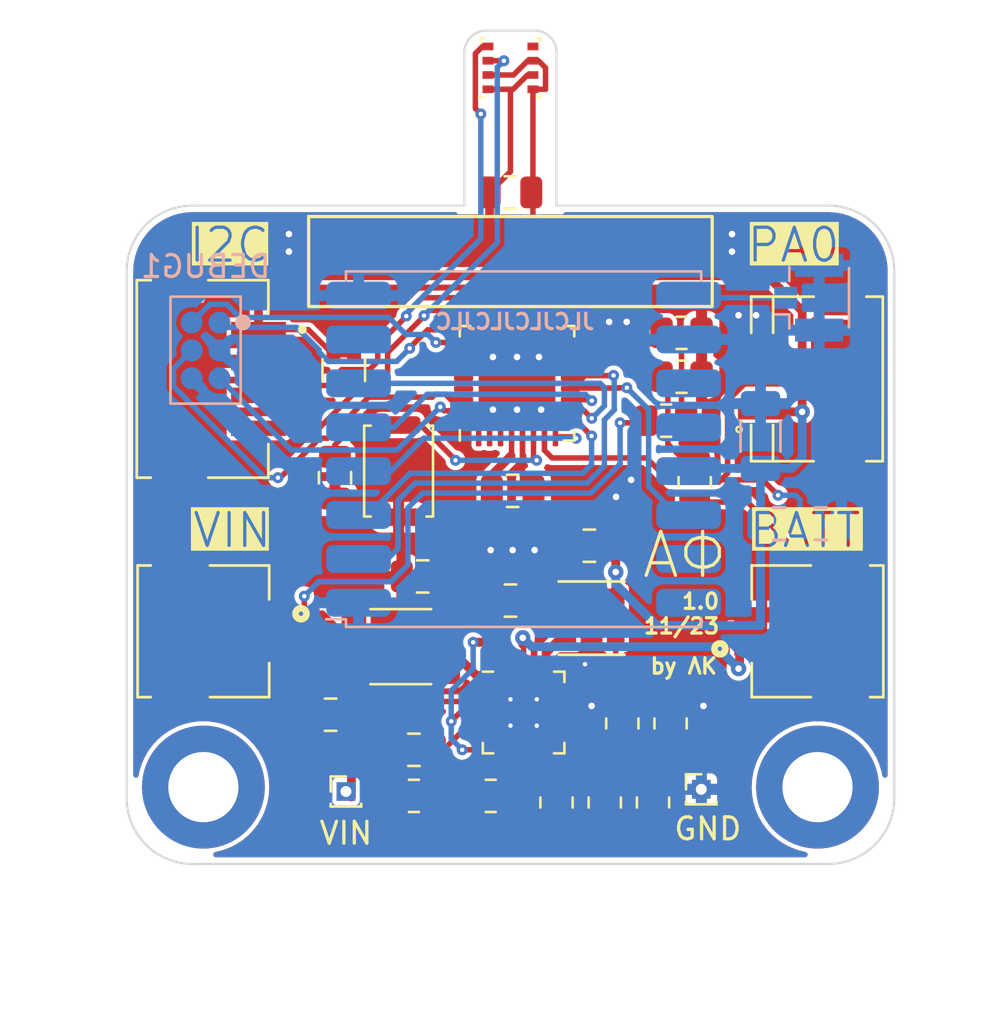
<source format=kicad_pcb>
(kicad_pcb (version 20221018) (generator pcbnew)
  (layers (0 "F.Cu" signal) (31 "B.Cu" signal) (34 "B.Paste" user) (35 "F.Paste" user) (36 "B.SilkS" user "B.Silkscreen") (37 "F.SilkS" user "F.Silkscreen") (38 "B.Mask" user) (39 "F.Mask" user) (44 "Edge.Cuts" user))
  (net 0 "")
  (net 1 "Net-(ANT1-In)")
  (net 2 "GND")
  (net 3 "+BATT")
  (net 4 "+3V3")
  (net 5 "Net-(U3-~{RST}{slash}PF2)")
  (net 6 "VDD")
  (net 7 "SCL")
  (net 8 "SDA")
  (net 9 "Net-(U1-VREF_SAMP)")
  (net 10 "PA0")
  (net 11 "ADC_Sol")
  (net 12 "ADC_Batt")
  (net 13 "Net-(U1-LBOOST)")
  (net 15 "SCK")
  (net 16 "MOSI")
  (net 17 "RST")
  (net 18 "CS")
  (net 19 "INT")
  (net 20 "MISO")
  (net 23 "PA8")
  (net 27 "SWDIO")
  (net 28 "SWCLK")
  (net 29 "PA15")
  (net 30 "PB3")
  (net 32 "TX")
  (net 33 "RX")
  (net 34 "PB8")
  (net 40 "Net-(U1-LBUCK)")
  (net 41 "Net-(U1-VRDIV)")
  (net 42 "/VSTOR")
  (net 43 "Net-(U1-OK_HYST)")
  (net 44 "Net-(U1-OK_PROG)")
  (net 46 "/VBAT_OV")
  (net 47 "/VOUT_SET")
  (footprint "Connector_PinHeader_1.00mm:PinHeader_1x01_P1.00mm_Vertical" (layer "F.Cu") (at 145.05 93.95)
    (fp_text reference "J1" hide)
    (fp_text value "Conn_01x01_Pin")
  )
  (footprint "Package_DFN_QFN:QFN-20-1EP_3.5x3.5mm_P0.5mm_EP2x2mm" (layer "F.Cu") (at 153.15 90.35)
    (fp_text reference "U1" hide)
    (fp_text value "~")
  )
  (footprint "Package_LGA:Bosch_LGA-8_2.5x2.5mm_P0.65mm_ClockwisePinNumbering" (layer "F.Cu") (at 152.55 60.975 90)
    (fp_text reference "U2" hide)
    (fp_text value "BME280")
  )
  (footprint "Capacitor_SMD:C_0805_2012Metric" (layer "F.Cu") (at 156.15 82.75 180)
    (fp_text reference "COUT1" hide)
    (fp_text value "22u")
  )
  (footprint "S2B-ZR-SM4A-TF_LF__SN_:JST_S2B-ZR-SM4A-TF(LF)(SN)" (layer "F.Cu") (at 166.15 86.65 90)
    (fp_text reference "BATT1" hide)
    (fp_text value "Conn_01x02")
  )
  (footprint "Connector_PinHeader_1.00mm:PinHeader_1x01_P1.00mm_Vertical" (layer "F.Cu") (at 161.25 93.85)
    (fp_text reference "J2" hide)
    (fp_text value "Conn_01x01_Pin")
  )
  (footprint "Capacitor_SMD:C_0805_2012Metric" (layer "F.Cu") (at 148.55 84.15 180)
    (fp_text reference "CSTOR1" hide)
    (fp_text value "4.7u")
  )
  (footprint "Resistor_SMD:R_0805_2012Metric" (layer "F.Cu") (at 151.65 94.15 180)
    (fp_text reference "ROV2" hide)
    (fp_text value "5.49M")
  )
  (footprint "Resistor_SMD:R_0805_2012Metric" (layer "F.Cu") (at 156.85 94.45 90)
    (fp_text reference "ROK2" hide)
    (fp_text value "6.2M")
  )
  (footprint "Capacitor_SMD:C_0805_2012Metric" (layer "F.Cu") (at 152.55 85.25)
    (fp_text reference "CBYP1" hide)
    (fp_text value "0.01u")
  )
  (footprint "Resistor_SMD:R_0805_2012Metric" (layer "F.Cu") (at 159.85 90.85 90)
    (fp_text reference "ROUT1" hide)
    (fp_text value "3.57M")
  )
  (footprint "Resistor_SMD:R_0805_2012Metric" (layer "F.Cu") (at 160.35 75.05)
    (fp_text reference "R6" hide)
    (fp_text value "169k")
  )
  (footprint "Button_Switch_SMD:SW_Push_SPST_NO_Alps_SKRK" (layer "F.Cu") (at 147.45 79.35 -90)
    (fp_text reference "RST1" hide)
    (fp_text value "SW_Push")
  )
  (footprint "Capacitor_SMD:C_0805_2012Metric" (layer "F.Cu") (at 152.65 80.25)
    (fp_text reference "C1" hide)
    (fp_text value "0.1uF")
  )
  (footprint "Resistor_SMD:R_Array_Convex_2x0606" (layer "F.Cu") (at 144.95 74.75 -90)
    (fp_text reference "RN1" hide)
    (fp_text value "R_Pack02")
  )
  (footprint "Resistor_SMD:R_0805_2012Metric" (layer "F.Cu") (at 157.65 90.85 90)
    (fp_text reference "ROK1" hide)
    (fp_text value "3.4M")
  )
  (footprint "S4B-ZR-SM4A-TF_LF__SN_:JST_S4B-ZR-SM4A-TF(LF)(SN)" (layer "F.Cu") (at 141.0625 75.15 -90)
    (fp_text reference "I2C1" hide)
    (fp_text value "Conn_01x04")
  )
  (footprint "Capacitor_SMD:C_0805_2012Metric" (layer "F.Cu") (at 152.55 66.65 180)
    (fp_text reference "C2" hide)
    (fp_text value "0.1uF")
  )
  (footprint "MountingHole:MountingHole_3.2mm_M3_DIN965_Pad" (layer "F.Cu") (at 166.55 93.75)
    (fp_text reference "H2" hide)
    (fp_text value "M3_Pad")
  )
  (footprint "S2B-ZR-SM4A-TF_LF__SN_:JST_S2B-ZR-SM4A-TF(LF)(SN)" (layer "F.Cu") (at 138.95 86.65 -90)
    (fp_text reference "VIN1" hide)
    (fp_text value "Conn_01x02")
  )
  (footprint "Resistor_SMD:R_0805_2012Metric" (layer "F.Cu") (at 160.95 79.85 90)
    (fp_text reference "R4" hide)
    (fp_text value "47k")
  )
  (footprint "Package_DFN_QFN:UFQFPN-32-1EP_5x5mm_P0.5mm_EP3.5x3.5mm" (layer "F.Cu") (at 152.85 75.35 90)
    (fp_text reference "U3" hide)
    (fp_text value "STM32G071KxU")
  )
  (footprint "MountingHole:MountingHole_3.2mm_M3_DIN965_Pad" (layer "F.Cu") (at 138.55 93.75)
    (fp_text reference "H1" hide)
    (fp_text value "M3_Pad")
  )
  (footprint "Resistor_SMD:R_0805_2012Metric" (layer "F.Cu") (at 154.65 94.45 90)
    (fp_text reference "ROK3" hide)
    (fp_text value "0.3M")
  )
  (footprint "LQH3NPN100MJRL:IND_LQH3NPN100MJRL" (layer "F.Cu") (at 156.25 86.05)
    (fp_text reference "L2" hide)
    (fp_text value "10u")
  )
  (footprint "Resistor_SMD:R_0805_2012Metric" (layer "F.Cu") (at 148.15 94.15 180)
    (fp_text reference "ROV1" hide)
    (fp_text value "4.42M")
  )
  (footprint "Capacitor_SMD:C_0805_2012Metric" (layer "F.Cu") (at 144.55 79.65 -90)
    (fp_text reference "C3" hide)
    (fp_text value "0.1uF")
  )
  (footprint "Inductor_SMD:L_1812_4532Metric" (layer "F.Cu") (at 147.55 87.35)
    (fp_text reference "L1" hide)
    (fp_text value "22u")
  )
  (footprint "Resistor_SMD:R_0805_2012Metric" (layer "F.Cu") (at 159.65 77.05)
    (fp_text reference "R3" hide)
    (fp_text value "0R")
  )
  (footprint "Capacitor_SMD:C_0805_2012Metric" (layer "F.Cu") (at 148.15 92.05 180)
    (fp_text reference "CREF1" hide)
    (fp_text value "10n")
  )
  (footprint "Resistor_SMD:R_0805_2012Metric" (layer "F.Cu") (at 159.05 94.45 90)
    (fp_text reference "ROUT2" hide)
    (fp_text value "6.34M")
  )
  (footprint "Capacitor_SMD:C_0805_2012Metric" (layer "F.Cu") (at 144.35 90.45 180)
    (fp_text reference "CIN1" hide)
    (fp_text value "4.7u")
  )
  (footprint "Resistor_SMD:R_0805_2012Metric" (layer "F.Cu") (at 160.35 73.05)
    (fp_text reference "R5" hide)
    (fp_text value "DNP")
  )
  (footprint "S3B-ZR-SM4A-TF:JST_S3B-ZR-SM4A-TF" (layer "F.Cu") (at 164.07754 74.4007 -90)
    (fp_text reference "PA1" hide)
    (fp_text value "Conn_01x03")
  )
  (footprint "Connector_Coaxial:U.FL_Hirose_U.FL-R-SMT-1_Vertical" (layer "B.Cu") (at 166.15 71.45)
    (fp_text reference "ANT1" hide)
    (fp_text value "Conn_Coaxial")
  )
  (footprint "Capacitor_SMD:C_1206_3216Metric" (layer "B.Cu") (at 163.95 77.75 90)
    (fp_text reference "C4" hide)
    (fp_text value "1uF")
  )
  (footprint "RF_Module:HOPERF_RFM9XW_SMD" (layer "B.Cu") (at 153.15 78.35)
    (fp_text reference "U4" hide)
    (fp_text value "RFM95W-868S2")
  )
  (footprint "Library:Jumper_3_0805" (layer "B.Cu") (at 165.75 81.75 180)
    (fp_text reference "JP2" hide)
    (fp_text value "Jumper_3_Open")
  )
  (footprint "Library:TestPoint_2x03_P1.27mm" (layer "B.Cu") (at 138.65 73.85 180)
    (fp_text reference "DEBUG1")
    (fp_text value "Conn_02x03_Top_Bottom")
  )
  (gr_rect (start 143.35 67.75) (end 161.75 71.85) (stroke (width 0.15)) (fill none) (layer "F.SilkS"))
  (gr_arc (start 167.05 67.25) (mid 169.17132 68.12868) (end 170.05 70.25) (stroke (width 0.1)) (layer "Edge.Cuts"))
  (gr_arc (start 135.05 70.25) (mid 135.92868 68.12868) (end 138.05 67.25) (stroke (width 0.1)) (layer "Edge.Cuts"))
  (gr_line (start 154.65 67.25) (end 154.65 60.275) (stroke (width 0.1)) (layer "Edge.Cuts"))
  (gr_line (start 153.65 59.275) (end 151.45 59.275) (stroke (width 0.1)) (layer "Edge.Cuts"))
  (gr_arc (start 170.05 94.25) (mid 169.17132 96.37132) (end 167.05 97.25) (stroke (width 0.1)) (layer "Edge.Cuts"))
  (gr_line (start 154.65 67.25) (end 167.05 67.25) (stroke (width 0.1)) (layer "Edge.Cuts"))
  (gr_line (start 138.05 67.25) (end 150.45 67.25) (stroke (width 0.1)) (layer "Edge.Cuts"))
  (gr_line (start 135.05 94.25) (end 135.05 70.25) (stroke (width 0.1)) (layer "Edge.Cuts"))
  (gr_line (start 167.05 97.25) (end 138.05 97.25) (stroke (width 0.1)) (layer "Edge.Cuts"))
  (gr_arc (start 150.45 60.275) (mid 150.742893 59.567893) (end 151.45 59.275) (stroke (width 0.1)) (layer "Edge.Cuts"))
  (gr_line (start 150.45 60.275) (end 150.45 67.25) (stroke (width 0.1)) (layer "Edge.Cuts"))
  (gr_arc (start 153.65 59.275) (mid 154.357107 59.567893) (end 154.65 60.275) (stroke (width 0.1)) (layer "Edge.Cuts"))
  (gr_line (start 170.05 70.25) (end 170.05 94.25) (stroke (width 0.1)) (layer "Edge.Cuts"))
  (gr_arc (start 138.05 97.25) (mid 135.92868 96.37132) (end 135.05 94.25) (stroke (width 0.1)) (layer "Edge.Cuts"))
  (gr_text "JLCJLCJLCJLC" (at 156.45 72.95) (layer "B.SilkS") (effects (font (size 0.7 0.7) (thickness 0.15) bold) (justify left bottom mirror)))
  (gr_text "PA0" (at 163.25 69.05) (layer "F.SilkS" knockout) (effects (font (size 1.5 1.5)) (justify left)))
  (gr_text "GND\n" (at 161.55 95.65) (layer "F.SilkS") (effects (font (size 1 1) (thickness 0.15) bold)))
  (gr_text "VIN" (at 145.05 95.85) (layer "F.SilkS") (effects (font (size 1 1) (thickness 0.15) bold)))
  (gr_text "1.0\n11/23" (at 162.15 85.85) (layer "F.SilkS") (effects (font (size 0.7 0.7) (thickness 0.15) bold) (justify right)))
  (gr_text "AΦ" (at 158.45 84.35) (layer "F.SilkS") (effects (font (size 2 2) (thickness 0.15) bold) (justify left bottom)))
  (gr_text "BATT" (at 163.35 82.05) (layer "F.SilkS" knockout) (effects (font (size 1.5 1.5)) (justify left)))
  (gr_text "I2C" (at 141.65 69.05) (layer "F.SilkS" knockout) (effects (font (size 1.5 1.5)) (justify right)))
  (gr_text "VIN" (at 141.75 82.05) (layer "F.SilkS" knockout) (effects (font (size 1.5 1.5)) (justify right)))
  (gr_text "by ΛΚ" (at 158.85 88.65) (layer "F.SilkS") (effects (font (size 0.7 0.7) (thickness 0.15) bold) (justify left bottom)))
  (segment (start 160.775 71.45) (end 160.675 71.35) (width 0.25) (layer "B.Cu") (net 1))
  (segment (start 165.1 71.45) (end 160.775 71.45) (width 0.25) (layer "B.Cu") (net 1))
  (segment (start 152.55 61.95) (end 151.525 61.95) (width 0.25) (layer "F.Cu") (net 2))
  (segment (start 153.65 92.0375) (end 153.65 91.05) (width 0.25) (layer "F.Cu") (net 2))
  (segment (start 151.5125 89.4) (end 152.2 89.4) (width 0.2) (layer "F.Cu") (net 2))
  (segment (start 153.65 87.407538) (end 153.65 88.6625) (width 0.25) (layer "F.Cu") (net 2))
  (segment (start 153.65 91.05) (end 153.75 90.95) (width 0.25) (layer "F.Cu") (net 2))
  (segment (start 153.1 77.7875) (end 153.1 75.6) (width 0.25) (layer "F.Cu") (net 2))
  (segment (start 153.1 75.6) (end 152.85 75.35) (width 0.25) (layer "F.Cu") (net 2))
  (segment (start 151.6 66.65) (end 152.55 65.7) (width 0.25) (layer "F.Cu") (net 2))
  (segment (start 151.5125 91.3) (end 152.2 91.3) (width 0.2) (layer "F.Cu") (net 2))
  (segment (start 151.6 66.65) (end 151.6 67.9) (width 0.4) (layer "F.Cu") (net 2))
  (segment (start 151.6 67.9) (end 151.55 67.95) (width 0.4) (layer "F.Cu") (net 2))
  (segment (start 153.325 61.3) (end 152.675 61.95) (width 0.25) (layer "F.Cu") (net 2))
  (segment (start 152.55 65.7) (end 152.55 61.95) (width 0.25) (layer "F.Cu") (net 2))
  (segment (start 153.65 89.85) (end 153.15 90.35) (width 0.25) (layer "F.Cu") (net 2))
  (segment (start 153.75 89.75) (end 154.1 89.4) (width 0.2) (layer "F.Cu") (net 2))
  (segment (start 154.1 89.4) (end 154.7875 89.4) (width 0.2) (layer "F.Cu") (net 2))
  (segment (start 151.4625 89.35) (end 151.5125 89.4) (width 0.2) (layer "F.Cu") (net 2))
  (segment (start 157.65 89.9375) (end 159.85 89.9375) (width 0.4) (layer "F.Cu") (net 2))
  (segment (start 152.2 91.3) (end 152.55 90.95) (width 0.2) (layer "F.Cu") (net 2))
  (segment (start 151.4625 91.35) (end 151.5125 91.3) (width 0.2) (layer "F.Cu") (net 2))
  (segment (start 152.2 89.4) (end 152.55 89.75) (width 0.2) (layer "F.Cu") (net 2))
  (segment (start 153.862394 87.195144) (end 153.65 87.407538) (width 0.25) (layer "F.Cu") (net 2))
  (segment (start 153.65 88.6625) (end 153.65 89.85) (width 0.25) (layer "F.Cu") (net 2))
  (segment (start 153.5 85.25) (end 153.862394 85.612394) (width 0.4) (layer "F.Cu") (net 2))
  (segment (start 153.575 61.3) (end 153.325 61.3) (width 0.25) (layer "F.Cu") (net 2))
  (segment (start 153.862394 85.612394) (end 153.862394 87.089078) (width 0.4) (layer "F.Cu") (net 2))
  (segment (start 154.7875 89.4) (end 154.8375 89.35) (width 0.2) (layer "F.Cu") (net 2))
  (segment (start 153.1 77.7875) (end 153.1 79.75) (width 0.25) (layer "F.Cu") (net 2))
  (segment (start 153.1 79.75) (end 153.6 80.25) (width 0.25) (layer "F.Cu") (net 2))
  (segment (start 153.862394 87.089078) (end 153.862394 87.195144) (width 0.25) (layer "F.Cu") (net 2))
  (segment (start 152.675 61.95) (end 152.55 61.95) (width 0.25) (layer "F.Cu") (net 2))
  (via (at 156.25 90.05) (size 0.7) (drill 0.3) (layers "F.Cu" "B.Cu") (net 2))
  (via (at 142.45 68.55) (size 0.7) (drill 0.3) (layers "F.Cu" "B.Cu") (net 2))
  (via (at 155.95 88.15) (size 0.5) (drill 0.2) (layers "F.Cu" "B.Cu") (net 2))
  (via (at 151.75 76.55) (size 0.7) (drill 0.3) (layers "F.Cu" "B.Cu") (net 2))
  (via (at 152.65 82.95) (size 0.7) (drill 0.3) (layers "F.Cu" "B.Cu") (net 2))
  (via (at 162.65 68.55) (size 0.7) (drill 0.3) (layers "F.Cu" "B.Cu") (net 2))
  (via (at 152.55 90.95) (size 0.5) (drill 0.2) (layers "F.Cu" "B.Cu") (net 2))
  (via (at 153.75 89.75) (size 0.5) (drill 0.2) (layers "F.Cu" "B.Cu") (net 2))
  (via (at 152.55 89.75) (size 0.5) (drill 0.2) (layers "F.Cu" "B.Cu") (net 2))
  (via (at 153.85 74.15) (size 0.7) (drill 0.3) (layers "F.Cu" "B.Cu") (net 2))
  (via (at 163.75 72.25) (size 0.7) (drill 0.3) (layers "F.Cu" "B.Cu") (net 2))
  (via (at 153.95 76.55) (size 0.7) (drill 0.3) (layers "F.Cu" "B.Cu") (net 2))
  (via (at 157.364115 80.525536) (size 0.7) (drill 0.3) (layers "F.Cu" "B.Cu") (net 2))
  (via (at 151.75 74.15) (size 0.7) (drill 0.3) (layers "F.Cu" "B.Cu") (net 2))
  (via (at 153.75 90.95) (size 0.5) (drill 0.2) (layers "F.Cu" "B.Cu") (net 2))
  (via (at 151.65 82.95) (size 0.7) (drill 0.3) (layers "F.Cu" "B.Cu") (net 2))
  (via (at 162.65 69.35) (size 0.7) (drill 0.3) (layers "F.Cu" "B.Cu") (net 2))
  (via (at 152.85 76.55) (size 0.7) (drill 0.3) (layers "F.Cu" "B.Cu") (net 2))
  (via (at 157.05 72.55) (size 0.7) (drill 0.3) (layers "F.Cu" "B.Cu") (net 2))
  (via (at 161.35 90.05) (size 0.7) (drill 0.3) (layers "F.Cu" "B.Cu") (net 2))
  (via (at 152.85 74.15) (size 0.7) (drill 0.3) (layers "F.Cu" "B.Cu") (net 2))
  (via (at 157.85 72.55) (size 0.7) (drill 0.3) (layers "F.Cu" "B.Cu") (net 2))
  (via (at 153.65 82.95) (size 0.7) (drill 0.3) (layers "F.Cu" "B.Cu") (net 2))
  (via (at 158.05 79.75) (size 0.7) (drill 0.3) (layers "F.Cu" "B.Cu") (net 2))
  (via (at 162.95 72.25) (size 0.7) (drill 0.3) (layers "F.Cu" "B.Cu") (net 2))
  (via (at 142.45 69.35) (size 0.7) (drill 0.3) (layers "F.Cu" "B.Cu") (net 2))
  (segment (start 153.15 87.276972) (end 153.125 87.251972) (width 0.25) (layer "F.Cu") (net 3))
  (segment (start 162.95 88.35) (end 163 88.3) (width 0.4) (layer "F.Cu") (net 3))
  (segment (start 153.112394 87.239366) (end 153.125 87.251972) (width 0.4) (layer "F.Cu") (net 3))
  (segment (start 153.15 88.6625) (end 153.15 87.276972) (width 0.25) (layer "F.Cu") (net 3))
  (segment (start 164 87.4) (end 165.25 87.4) (width 0.25) (layer "F.Cu") (net 3))
  (segment (start 165.25 87.4) (end 165.75 86.9) (width 0.25) (layer "F.Cu") (net 3))
  (segment (start 165.75 83.15) (end 163.3625 80.7625) (width 0.25) (layer "F.Cu") (net 3))
  (segment (start 153.112394 86.945735) (end 153.112394 87.239366) (width 0.4) (layer "F.Cu") (net 3))
  (segment (start 163.3625 80.7625) (end 160.95 80.7625) (width 0.25) (layer "F.Cu") (net 3))
  (segment (start 163 88.3) (end 163 87.4) (width 0.4) (layer "F.Cu") (net 3))
  (segment (start 165.75 86.9) (end 165.75 83.15) (width 0.25) (layer "F.Cu") (net 3))
  (via (at 162.95 88.35) (size 0.7) (drill 0.3) (layers "F.Cu" "B.Cu") (net 3))
  (via (at 153.112394 86.945735) (size 0.7) (drill 0.3) (layers "F.Cu" "B.Cu") (net 3))
  (segment (start 162.95 88.35) (end 161.95 87.35) (width 0.4) (layer "B.Cu") (net 3))
  (segment (start 161.95 87.35) (end 153.516659 87.35) (width 0.4) (layer "B.Cu") (net 3))
  (segment (start 153.516659 87.35) (end 153.112394 86.945735) (width 0.4) (layer "B.Cu") (net 3))
  (segment (start 141.0625 71.8375) (end 142.45 70.45) (width 0.4) (layer "F.Cu") (net 4))
  (segment (start 151.7 79.525) (end 152.575 78.65) (width 0.4) (layer "F.Cu") (net 4))
  (segment (start 151.7 81.2) (end 151.7 80.25) (width 0.4) (layer "F.Cu") (net 4))
  (segment (start 157.35 86.05) (end 157.35 81.45) (width 0.4) (layer "F.Cu") (net 4))
  (segment (start 144.48 74.05) (end 143.33 72.9) (width 0.25) (layer "F.Cu") (net 4))
  (segment (start 151.525 61.3) (end 152.688604 61.3) (width 0.25) (layer "F.Cu") (net 4))
  (segment (start 153.575 61.95) (end 153.575 70.425) (width 0.25) (layer "F.Cu") (net 4))
  (segment (start 157.35 87.823008) (end 157.35 86.05) (width 0.25) (layer "F.Cu") (net 4))
  (segment (start 157.35 83.95) (end 157.35 86.05) (width 0.4) (layer "F.Cu") (net 4))
  (segment (start 153.575 70.425) (end 153.55 70.45) (width 0.25) (layer "F.Cu") (net 4))
  (segment (start 153.338604 60.65) (end 153.575 60.65) (width 0.25) (layer "F.Cu") (net 4))
  (segment (start 165.85 76.6493) (end 164.072462 76.6493) (width 0.4) (layer "F.Cu") (net 4))
  (segment (start 153.575 60.65) (end 153.825 60.65) (width 0.25) (layer "F.Cu") (net 4))
  (segment (start 165.85 72.05) (end 165.85 76.6493) (width 0.4) (layer "F.Cu") (net 4))
  (segment (start 164.25 70.45) (end 165.85 72.05) (width 0.4) (layer "F.Cu") (net 4))
  (segment (start 151.7 80.25) (end 151.7 79.525) (width 0.4) (layer "F.Cu") (net 4))
  (segment (start 153.825 60.65) (end 154.15 60.975) (width 0.25) (layer "F.Cu") (net 4))
  (segment (start 155.323008 89.85) (end 157.35 87.823008) (width 0.25) (layer "F.Cu") (net 4))
  (segment (start 151.95 81.45) (end 151.7 81.2) (width 0.4) (layer "F.Cu") (net 4))
  (segment (start 143.33 72.9) (end 141.0625 72.9) (width 0.25) (layer "F.Cu") (net 4))
  (segment (start 144.48 74.05) (end 145.42 74.05) (width 0.25) (layer "F.Cu") (net 4))
  (segment (start 165.85 76.65) (end 165.85 76.6493) (width 0.4) (layer "F.Cu") (net 4))
  (segment (start 152.6 78.625) (end 152.6 77.7875) (width 0.25) (layer "F.Cu") (net 4))
  (segment (start 153.55 70.45) (end 164.25 70.45) (width 0.4) (layer "F.Cu") (net 4))
  (segment (start 154.15 61.95) (end 153.575 61.95) (width 0.25) (layer "F.Cu") (net 4))
  (segment (start 154.15 60.975) (end 154.15 61.95) (width 0.25) (layer "F.Cu") (net 4))
  (segment (start 152.575 78.65) (end 152.6 78.625) (width 0.25) (layer "F.Cu") (net 4))
  (segment (start 157.35 81.45) (end 151.95 81.45) (width 0.4) (layer "F.Cu") (net 4))
  (segment (start 152.688604 61.3) (end 153.338604 60.65) (width 0.25) (layer "F.Cu") (net 4))
  (segment (start 141.0625 72.9) (end 141.0625 71.8375) (width 0.4) (layer "F.Cu") (net 4))
  (segment (start 142.45 70.45) (end 153.55 70.45) (width 0.4) (layer "F.Cu") (net 4))
  (segment (start 154.8375 89.85) (end 155.323008 89.85) (width 0.25) (layer "F.Cu") (net 4))
  (via (at 165.85 76.65) (size 0.7) (drill 0.3) (layers "F.Cu" "B.Cu") (net 4))
  (via (at 157.35 83.95) (size 0.7) (drill 0.3) (layers "F.Cu" "B.Cu") (net 4))
  (segment (start 165.85 78.75) (end 165.375 79.225) (width 0.4) (layer "B.Cu") (net 4))
  (segment (start 163.95 86.37576) (end 163.95 79.225) (width 0.4) (layer "B.Cu") (net 4))
  (segment (start 163.95 79.225) (end 160.8 79.225) (width 0.4) (layer "B.Cu") (net 4))
  (segment (start 159.227122 86.385) (end 163.94076 86.385) (width 0.4) (layer "B.Cu") (net 4))
  (segment (start 157.35 84.507878) (end 159.227122 86.385) (width 0.4) (layer "B.Cu") (net 4))
  (segment (start 165.375 79.225) (end 163.95 79.225) (width 0.4) (layer "B.Cu") (net 4))
  (segment (start 163.94076 86.385) (end 163.95 86.37576) (width 0.4) (layer "B.Cu") (net 4))
  (segment (start 157.35 83.95) (end 157.35 84.507878) (width 0.4) (layer "B.Cu") (net 4))
  (segment (start 160.8 79.225) (end 160.675 79.35) (width 0.4) (layer "B.Cu") (net 4))
  (segment (start 165.85 76.65) (end 165.85 78.75) (width 0.4) (layer "B.Cu") (net 4))
  (segment (start 144.55 78.7) (end 144.55 78.15) (width 0.25) (layer "F.Cu") (net 5))
  (segment (start 150.04338 78.85662) (end 150.04338 78.84338) (width 0.25) (layer "F.Cu") (net 5))
  (segment (start 153.6 78.712466) (end 153.744154 78.85662) (width 0.25) (layer "F.Cu") (net 5))
  (segment (start 148.45 77.25) (end 147.45 77.25) (width 0.25) (layer "F.Cu") (net 5))
  (segment (start 144.55 78.15) (end 145.45 77.25) (width 0.25) (layer "F.Cu") (net 5))
  (segment (start 150.04338 78.84338) (end 148.45 77.25) (width 0.25) (layer "F.Cu") (net 5))
  (segment (start 153.6 77.7875) (end 153.6 78.712466) (width 0.25) (layer "F.Cu") (net 5))
  (segment (start 145.45 77.25) (end 147.45 77.25) (width 0.25) (layer "F.Cu") (net 5))
  (via (at 153.744154 78.85662) (size 0.5) (drill 0.2) (layers "F.Cu" "B.Cu") (net 5))
  (via (at 150.04338 78.85662) (size 0.5) (drill 0.2) (layers "F.Cu" "B.Cu") (net 5))
  (segment (start 153.744154 78.85662) (end 150.04338 78.85662) (width 0.25) (layer "B.Cu") (net 5))
  (segment (start 149.95 78.95) (end 150.04338 78.85662) (width 0.25) (layer "B.Cu") (net 5))
  (segment (start 145.3 94.2) (end 145.3 90.45) (width 0.4) (layer "F.Cu") (net 6))
  (segment (start 145.05 93.95) (end 145.3 94.2) (width 0.4) (layer "F.Cu") (net 6))
  (segment (start 143.15 85.9) (end 143.9625 85.9) (width 0.4) (layer "F.Cu") (net 6))
  (segment (start 151.4625 89.85) (end 147.9125 89.85) (width 0.25) (layer "F.Cu") (net 6))
  (segment (start 141.1 85.9) (end 143.15 85.9) (width 0.4) (layer "F.Cu") (net 6))
  (segment (start 157.55 77.15) (end 158.6375 77.15) (width 0.25) (layer "F.Cu") (net 6))
  (segment (start 147.9125 89.85) (end 145.4125 87.35) (width 0.25) (layer "F.Cu") (net 6))
  (segment (start 145.3 90.45) (end 145.3 87.4625) (width 0.4) (layer "F.Cu") (net 6))
  (segment (start 143.9625 85.9) (end 145.4125 87.35) (width 0.4) (layer "F.Cu") (net 6))
  (segment (start 158.6375 77.15) (end 158.7375 77.05) (width 0.25) (layer "F.Cu") (net 6))
  (segment (start 145.3 87.4625) (end 145.4125 87.35) (width 0.4) (layer "F.Cu") (net 6))
  (segment (start 143.15 85.9) (end 143.15 85.05) (width 0.25) (layer "F.Cu") (net 6))
  (via (at 157.55 77.15) (size 0.5) (drill 0.2) (layers "F.Cu" "B.Cu") (net 6))
  (via (at 143.15 85.05) (size 0.5) (drill 0.2) (layers "F.Cu" "B.Cu") (net 6))
  (segment (start 156.222792 80.35) (end 148.55 80.35) (width 0.25) (layer "B.Cu") (net 6))
  (segment (start 147.875 83.625) (end 147.11 84.39) (width 0.25) (layer "B.Cu") (net 6))
  (segment (start 147.875 81.025) (end 147.875 83.625) (width 0.25) (layer "B.Cu") (net 6))
  (segment (start 143.81 84.39) (end 143.15 85.05) (width 0.25) (layer "B.Cu") (net 6))
  (segment (start 157.55 79.022792) (end 156.222792 80.35) (width 0.25) (layer "B.Cu") (net 6))
  (segment (start 157.55 77.15) (end 157.55 79.022792) (width 0.25) (layer "B.Cu") (net 6))
  (segment (start 147.11 84.39) (end 143.81 84.39) (width 0.25) (layer "B.Cu") (net 6))
  (segment (start 148.55 80.35) (end 147.875 81.025) (width 0.25) (layer "B.Cu") (net 6))
  (segment (start 148.531802 71.45) (end 152.65 71.45) (width 0.25) (layer "F.Cu") (net 7))
  (segment (start 144.855 74.725) (end 144.48 75.1) (width 0.25) (layer "F.Cu") (net 7))
  (segment (start 143.45 75.45) (end 143 75.9) (width 0.25) (layer "F.Cu") (net 7))
  (segment (start 146.5 73.6) (end 146.5 74.35) (width 0.25) (layer "F.Cu") (net 7))
  (segment (start 147.8 72.3) (end 146.5 73.6) (width 0.25) (layer "F.Cu") (net 7))
  (segment (start 151.275 60) (end 151.525 60) (width 0.25) (layer "F.Cu") (net 7))
  (segment (start 144.48 75.45) (end 143.45 75.45) (width 0.25) (layer "F.Cu") (net 7))
  (segment (start 143 75.9) (end 141.0625 75.9) (width 0.25) (layer "F.Cu") (net 7))
  (segment (start 146.125 74.725) (end 144.855 74.725) (width 0.25) (layer "F.Cu") (net 7))
  (segment (start 144.48 75.1) (end 144.48 75.45) (width 0.25) (layer "F.Cu") (net 7))
  (segment (start 151.1995 63.075) (end 150.95 62.8255) (width 0.25) (layer "F.Cu") (net 7))
  (segment (start 150.95 60.325) (end 151.275 60) (width 0.25) (layer "F.Cu") (net 7))
  (segment (start 147.8 72.287534) (end 147.8 72.3) (width 0.25) (layer "F.Cu") (net 7))
  (segment (start 150.95 62.8255) (end 150.95 60.325) (width 0.25) (layer "F.Cu") (net 7))
  (segment (start 147.8 72.181802) (end 148.531802 71.45) (width 0.25) (layer "F.Cu") (net 7))
  (segment (start 152.65 71.45) (end 153.6 72.4) (width 0.25) (layer "F.Cu") (net 7))
  (segment (start 146.5 74.35) (end 146.125 74.725) (width 0.25) (layer "F.Cu") (net 7))
  (segment (start 153.6 72.4) (end 153.6 72.9125) (width 0.25) (layer "F.Cu") (net 7))
  (segment (start 147.8 72.287534) (end 147.8 72.181802) (width 0.25) (layer "F.Cu") (net 7))
  (via (at 147.8 72.287534) (size 0.5) (drill 0.2) (layers "F.Cu" "B.Cu") (net 7))
  (via (at 151.1995 63.075) (size 0.5) (drill 0.2) (layers "F.Cu" "B.Cu") (net 7))
  (segment (start 147.8 72.287534) (end 147.8 72.159267) (width 0.25) (layer "B.Cu") (net 7))
  (segment (start 147.8 72.159267) (end 151.1995 68.759767) (width 0.25) (layer "B.Cu") (net 7))
  (segment (start 151.1995 68.759767) (end 151.1995 63.075) (width 0.25) (layer "B.Cu") (net 7))
  (segment (start 146.95 74.85) (end 146.35 75.45) (width 0.25) (layer "F.Cu") (net 8))
  (segment (start 146.95 73.95) (end 146.95 74.85) (width 0.25) (layer "F.Cu") (net 8))
  (segment (start 148.609415 72.264946) (end 148.609415 72.290585) (width 0.25) (layer "F.Cu") (net 8))
  (segment (start 145.42 75.45) (end 145.42 75.8) (width 0.25) (layer "F.Cu") (net 8))
  (segment (start 148.609415 72.290585) (end 146.95 73.95) (width 0.25) (layer "F.Cu") (net 8))
  (segment (start 152.198008 72.025) (end 152.6 72.426992) (width 0.25) (layer "F.Cu") (net 8))
  (segment (start 146.35 75.45) (end 145.42 75.45) (width 0.25) (layer "F.Cu") (net 8))
  (segment (start 148.849361 72.025) (end 152.198008 72.025) (width 0.25) (layer "F.Cu") (net 8))
  (segment (start 152.25 60.6505) (end 152.2495 60.65) (width 0.25) (layer "F.Cu") (net 8))
  (segment (start 152.6 72.426992) (end 152.6 72.9125) (width 0.25) (layer "F.Cu") (net 8))
  (segment (start 145.42 75.8) (end 143.82 77.4) (width 0.25) (layer "F.Cu") (net 8))
  (segment (start 139.98 77.35) (end 140.92 77.35) (width 0.25) (layer "F.Cu") (net 8))
  (segment (start 152.2495 60.65) (end 151.525 60.65) (width 0.25) (layer "F.Cu") (net 8))
  (segment (start 148.609415 72.264946) (end 148.849361 72.025) (width 0.25) (layer "F.Cu") (net 8))
  (segment (start 143.82 77.4) (end 141.0625 77.4) (width 0.25) (layer "F.Cu") (net 8))
  (via (at 148.609415 72.264946) (size 0.5) (drill 0.2) (layers "F.Cu" "B.Cu") (net 8))
  (via (at 152.25 60.6505) (size 0.5) (drill 0.2) (layers "F.Cu" "B.Cu") (net 8))
  (segment (start 151.947508 68.940527) (end 151.947508 60.952992) (width 0.25) (layer "B.Cu") (net 8))
  (segment (start 148.623089 72.264946) (end 151.947508 68.940527) (width 0.25) (layer "B.Cu") (net 8))
  (segment (start 148.609415 72.264946) (end 148.623089 72.264946) (width 0.25) (layer "B.Cu") (net 8))
  (segment (start 151.947508 60.952992) (end 152.25 60.6505) (width 0.25) (layer "B.Cu") (net 8))
  (segment (start 149.1 92.05) (end 149.5 92.05) (width 0.25) (layer "F.Cu") (net 9))
  (segment (start 150.7 90.85) (end 151.4625 90.85) (width 0.25) (layer "F.Cu") (net 9))
  (segment (start 149.5 92.05) (end 150.7 90.85) (width 0.25) (layer "F.Cu") (net 9))
  (segment (start 162.05 79.85) (end 162.15 79.75) (width 0.25) (layer "F.Cu") (net 10))
  (segment (start 159.85 79.85) (end 162.05 79.85) (width 0.25) (layer "F.Cu") (net 10))
  (segment (start 158.75 78.75) (end 159.85 79.85) (width 0.25) (layer "F.Cu") (net 10))
  (segment (start 163.4493 75.1507) (end 164.07754 75.1507) (width 0.25) (layer "F.Cu") (net 10))
  (segment (start 154.1 78.399293) (end 154.450707 78.75) (width 0.25) (layer "F.Cu") (net 10))
  (segment (start 154.1 77.7875) (end 154.1 78.399293) (width 0.25) (layer "F.Cu") (net 10))
  (segment (start 164.75 80.45) (end 164.05 79.75) (width 0.25) (layer "F.Cu") (net 10))
  (segment (start 154.450707 78.75) (end 158.75 78.75) (width 0.25) (layer "F.Cu") (net 10))
  (segment (start 164.05 79.75) (end 162.15 79.75) (width 0.25) (layer "F.Cu") (net 10))
  (segment (start 162.45 76.15) (end 163.4493 75.1507) (width 0.25) (layer "F.Cu") (net 10))
  (segment (start 162.15 79.75) (end 162.45 79.45) (width 0.25) (layer "F.Cu") (net 10))
  (segment (start 162.45 79.45) (end 162.45 76.15) (width 0.25) (layer "F.Cu") (net 10))
  (via (at 164.75 80.45) (size 0.5) (drill 0.2) (layers "F.Cu" "B.Cu") (net 10))
  (segment (start 165.75 80.65) (end 165.75 81.75) (width 0.25) (layer "B.Cu") (net 10))
  (segment (start 165.55 80.45) (end 165.75 80.65) (width 0.25) (layer "B.Cu") (net 10))
  (segment (start 164.75 80.45) (end 165.55 80.45) (width 0.25) (layer "B.Cu") (net 10))
  (segment (start 160.5625 77.05) (end 160.35 76.8375) (width 0.25) (layer "F.Cu") (net 11))
  (segment (start 160.35 76.8375) (end 160.35 73.9625) (width 0.25) (layer "F.Cu") (net 11))
  (segment (start 159.4375 73.05) (end 158.9375 73.55) (width 0.25) (layer "F.Cu") (net 11))
  (segment (start 160.35 73.9625) (end 159.4375 73.05) (width 0.25) (layer "F.Cu") (net 11))
  (segment (start 156.323008 73.55) (end 155.773008 74.1) (width 0.25) (layer "F.Cu") (net 11))
  (segment (start 158.9375 73.55) (end 156.323008 73.55) (width 0.25) (layer "F.Cu") (net 11))
  (segment (start 155.773008 74.1) (end 155.2875 74.1) (width 0.25) (layer "F.Cu") (net 11))
  (segment (start 156.25 74.55) (end 155.3375 74.55) (width 0.25) (layer "F.Cu") (net 12))
  (segment (start 159.4375 75.05) (end 158.803416 74.415916) (width 0.25) (layer "F.Cu") (net 12))
  (segment (start 158.803416 74.415916) (end 156.384084 74.415916) (width 0.25) (layer "F.Cu") (net 12))
  (segment (start 155.3375 74.55) (end 155.2875 74.6) (width 0.25) (layer "F.Cu") (net 12))
  (segment (start 159.725 78.1125) (end 159.725 75.3375) (width 0.25) (layer "F.Cu") (net 12))
  (segment (start 156.384084 74.415916) (end 156.25 74.55) (width 0.25) (layer "F.Cu") (net 12))
  (segment (start 160.55 78.9375) (end 159.725 78.1125) (width 0.25) (layer "F.Cu") (net 12))
  (segment (start 159.725 75.3375) (end 159.4375 75.05) (width 0.25) (layer "F.Cu") (net 12))
  (segment (start 149.6875 87.35) (end 151 88.6625) (width 0.4) (layer "F.Cu") (net 13))
  (segment (start 151 88.6625) (end 152.0625 88.6625) (width 0.4) (layer "F.Cu") (net 13))
  (segment (start 155.475034 77.7875) (end 154.6 77.7875) (width 0.25) (layer "F.Cu") (net 15))
  (segment (start 155.543767 77.856233) (end 155.475034 77.7875) (width 0.25) (layer "F.Cu") (net 15))
  (via (at 155.543767 77.856233) (size 0.5) (drill 0.2) (layers "F.Cu" "B.Cu") (net 15))
  (segment (start 147.1 79.35) (end 145.625 79.35) (width 0.25) (layer "B.Cu") (net 15))
  (segment (start 155.537534 77.85) (end 148.6 77.85) (width 0.25) (layer "B.Cu") (net 15))
  (segment (start 155.543767 77.856233) (end 155.537534 77.85) (width 0.25) (layer "B.Cu") (net 15))
  (segment (start 148.6 77.85) (end 147.1 79.35) (width 0.25) (layer "B.Cu") (net 15))
  (segment (start 155.6 77.1) (end 155.2875 77.1) (width 0.25) (layer "F.Cu") (net 16))
  (segment (start 156.25 77.75) (end 155.6 77.1) (width 0.25) (layer "F.Cu") (net 16))
  (via (at 156.25 77.75) (size 0.5) (drill 0.2) (layers "F.Cu" "B.Cu") (net 16))
  (segment (start 146.075906 81.35) (end 145.625 81.35) (width 0.25) (layer "B.Cu") (net 16))
  (segment (start 156.25 79.05) (end 155.85 79.45) (width 0.25) (layer "B.Cu") (net 16))
  (segment (start 156.25 77.75) (end 156.25 79.05) (width 0.25) (layer "B.Cu") (net 16))
  (segment (start 147.975906 79.45) (end 146.075906 81.35) (width 0.25) (layer "B.Cu") (net 16))
  (segment (start 155.85 79.45) (end 147.975906 79.45) (width 0.25) (layer "B.Cu") (net 16))
  (segment (start 156.256233 76.943767) (end 155.912466 76.6) (width 0.25) (layer "F.Cu") (net 17))
  (segment (start 155.912466 76.6) (end 155.2875 76.6) (width 0.25) (layer "F.Cu") (net 17))
  (via (at 156.256233 76.943767) (size 0.5) (drill 0.2) (layers "F.Cu" "B.Cu") (net 17))
  (segment (start 156.832188 76.378589) (end 156.832188 75.543211) (width 0.25) (layer "B.Cu") (net 17))
  (segment (start 156.832188 75.543211) (end 156.638977 75.35) (width 0.25) (layer "B.Cu") (net 17))
  (segment (start 156.26701 76.943767) (end 156.832188 76.378589) (width 0.25) (layer "B.Cu") (net 17))
  (segment (start 156.256233 76.943767) (end 156.26701 76.943767) (width 0.25) (layer "B.Cu") (net 17))
  (segment (start 156.638977 75.35) (end 145.625 75.35) (width 0.25) (layer "B.Cu") (net 17))
  (segment (start 156.257188 76.140416) (end 156.216772 76.1) (width 0.25) (layer "F.Cu") (net 18))
  (segment (start 156.216772 76.1) (end 155.2875 76.1) (width 0.25) (layer "F.Cu") (net 18))
  (via (at 156.257188 76.140416) (size 0.5) (drill 0.2) (layers "F.Cu" "B.Cu") (net 18))
  (segment (start 147.25 77.35) (end 145.625 77.35) (width 0.25) (layer "B.Cu") (net 18))
  (segment (start 155.966772 75.85) (end 148.75 75.85) (width 0.25) (layer "B.Cu") (net 18))
  (segment (start 156.257188 76.140416) (end 155.966772 75.85) (width 0.25) (layer "B.Cu") (net 18))
  (segment (start 148.75 75.85) (end 147.25 77.35) (width 0.25) (layer "B.Cu") (net 18))
  (segment (start 155.322084 75.565416) (end 155.2875 75.6) (width 0.25) (layer "F.Cu") (net 19))
  (segment (start 157.488673 75.565416) (end 155.322084 75.565416) (width 0.25) (layer "F.Cu") (net 19))
  (segment (start 157.856688 75.55) (end 157.504089 75.55) (width 0.25) (layer "F.Cu") (net 19))
  (segment (start 157.504089 75.55) (end 157.488673 75.565416) (width 0.25) (layer "F.Cu") (net 19))
  (via (at 157.856688 75.55) (size 0.5) (drill 0.2) (layers "F.Cu" "B.Cu") (net 19))
  (segment (start 158.85 80.05) (end 160.15 81.35) (width 0.25) (layer "B.Cu") (net 19))
  (segment (start 157.856688 75.55) (end 158.85 76.543312) (width 0.25) (layer "B.Cu") (net 19))
  (segment (start 160.15 81.35) (end 160.675 81.35) (width 0.25) (layer "B.Cu") (net 19))
  (segment (start 158.85 76.543312) (end 158.85 80.05) (width 0.25) (layer "B.Cu") (net 19))
  (segment (start 155.950431 75) (end 155.850431 75.1) (width 0.25) (layer "F.Cu") (net 20))
  (segment (start 157.25 74.990916) (end 157.240916 75) (width 0.25) (layer "F.Cu") (net 20))
  (segment (start 157.240916 75) (end 155.950431 75) (width 0.25) (layer "F.Cu") (net 20))
  (segment (start 155.850431 75.1) (end 155.2875 75.1) (width 0.25) (layer "F.Cu") (net 20))
  (via (at 157.25 74.990916) (size 0.5) (drill 0.2) (layers "F.Cu" "B.Cu") (net 20))
  (segment (start 156.036396 79.9) (end 156.831233 79.105163) (width 0.25) (layer "B.Cu") (net 20))
  (segment (start 147.425 82.875) (end 147.425 80.675) (width 0.25) (layer "B.Cu") (net 20))
  (segment (start 156.831233 79.105163) (end 156.831233 77.01594) (width 0.25) (layer "B.Cu") (net 20))
  (segment (start 157.282188 76.564985) (end 157.282188 75.023104) (width 0.25) (layer "B.Cu") (net 20))
  (segment (start 148.2 79.9) (end 156.036396 79.9) (width 0.25) (layer "B.Cu") (net 20))
  (segment (start 147.425 80.675) (end 148.2 79.9) (width 0.25) (layer "B.Cu") (net 20))
  (segment (start 157.282188 75.023104) (end 157.25 74.990916) (width 0.25) (layer "B.Cu") (net 20))
  (segment (start 146.95 83.35) (end 147.425 82.875) (width 0.25) (layer "B.Cu") (net 20))
  (segment (start 145.625 83.35) (end 146.95 83.35) (width 0.25) (layer "B.Cu") (net 20))
  (segment (start 156.831233 77.01594) (end 157.282188 76.564985) (width 0.25) (layer "B.Cu") (net 20))
  (segment (start 147.956233 73.756233) (end 147.956233 73.730594) (width 0.25) (layer "F.Cu") (net 27))
  (segment (start 147.956233 73.730594) (end 148.774327 72.9125) (width 0.25) (layer "F.Cu") (net 27))
  (segment (start 148.774327 72.9125) (end 151.1 72.9125) (width 0.25) (layer "F.Cu") (net 27))
  (via (at 147.956233 73.756233) (size 0.5) (drill 0.2) (layers "F.Cu" "B.Cu") (net 27))
  (segment (start 142.8 72.8) (end 139.505 72.8) (width 0.25) (layer "B.Cu") (net 27))
  (segment (start 139.505 72.8) (end 139.285 72.58) (width 0.25) (layer "B.Cu") (net 27))
  (segment (start 143.825 73.825) (end 142.8 72.8) (width 0.25) (layer "B.Cu") (net 27))
  (segment (start 147.362466 74.35) (end 144.241368 74.35) (width 0.25) (layer "B.Cu") (net 27))
  (segment (start 147.956233 73.756233) (end 147.362466 74.35) (width 0.25) (layer "B.Cu") (net 27))
  (segment (start 143.825 73.933632) (end 143.825 73.825) (width 0.25) (layer "B.Cu") (net 27))
  (segment (start 144.241368 74.35) (end 143.825 73.933632) (width 0.25) (layer "B.Cu") (net 27))
  (segment (start 149.713173 73.6) (end 150.4125 73.6) (width 0.25) (layer "F.Cu") (net 28))
  (segment (start 149.600173 73.487) (end 149.713173 73.6) (width 0.25) (layer "F.Cu") (net 28))
  (segment (start 149.15 73.487) (end 149.600173 73.487) (width 0.25) (layer "F.Cu") (net 28))
  (via (at 149.15 73.487) (size 0.5) (drill 0.2) (layers "F.Cu" "B.Cu") (net 28))
  (segment (start 138.845 71.75) (end 138.015 72.58) (width 0.25) (layer "B.Cu") (net 28))
  (segment (start 148.788 73.125) (end 147.783632 73.125) (width 0.25) (layer "B.Cu") (net 28))
  (segment (start 139.621727 71.75) (end 138.845 71.75) (width 0.25) (layer "B.Cu") (net 28))
  (segment (start 140.221727 72.35) (end 139.621727 71.75) (width 0.25) (layer "B.Cu") (net 28))
  (segment (start 147.008632 72.35) (end 140.221727 72.35) (width 0.25) (layer "B.Cu") (net 28))
  (segment (start 149.15 73.487) (end 148.788 73.125) (width 0.25) (layer "B.Cu") (net 28))
  (segment (start 147.783632 73.125) (end 147.008632 72.35) (width 0.25) (layer "B.Cu") (net 28))
  (segment (start 148.980664 75.980663) (end 149.111827 75.8495) (width 0.25) (layer "F.Cu") (net 32))
  (segment (start 149.588173 75.8495) (end 149.838673 76.1) (width 0.25) (layer "F.Cu") (net 32))
  (segment (start 149.111827 75.8495) (end 149.588173 75.8495) (width 0.25) (layer "F.Cu") (net 32))
  (segment (start 146.082941 75.980663) (end 148.980664 75.980663) (width 0.25) (layer "F.Cu") (net 32))
  (segment (start 144.213604 77.85) (end 146.082941 75.980663) (width 0.25) (layer "F.Cu") (net 32))
  (segment (start 149.838673 76.1) (end 150.4125 76.1) (width 0.25) (layer "F.Cu") (net 32))
  (segment (start 143.8549 77.85) (end 144.213604 77.85) (width 0.25) (layer "F.Cu") (net 32))
  (segment (start 141.95 79.65) (end 142.0549 79.65) (width 0.25) (layer "F.Cu") (net 32))
  (segment (start 142.0549 79.65) (end 143.8549 77.85) (width 0.25) (layer "F.Cu") (net 32))
  (via (at 141.95 79.65) (size 0.5) (drill 0.2) (layers "F.Cu" "B.Cu") (net 32))
  (segment (start 141.35 79.65) (end 137.19 75.49) (width 0.25) (layer "B.Cu") (net 32))
  (segment (start 137.19 75.49) (end 137.19 74.675) (width 0.25) (layer "B.Cu") (net 32))
  (segment (start 141.95 79.65) (end 141.35 79.65) (width 0.25) (layer "B.Cu") (net 32))
  (segment (start 137.19 74.675) (end 138.015 73.85) (width 0.25) (layer "B.Cu") (net 32))
  (segment (start 149.35 76.4245) (end 149.5255 76.6) (width 0.25) (layer "F.Cu") (net 33))
  (segment (start 149.5255 76.6) (end 150.4125 76.6) (width 0.25) (layer "F.Cu") (net 33))
  (via (at 149.35 76.4245) (size 0.5) (drill 0.2) (layers "F.Cu" "B.Cu") (net 33))
  (segment (start 142.555 78.39) (end 139.285 75.12) (width 0.25) (layer "B.Cu") (net 33))
  (segment (start 147.3845 78.39) (end 142.555 78.39) (width 0.25) (layer "B.Cu") (net 33))
  (segment (start 149.35 76.4245) (end 147.3845 78.39) (width 0.25) (layer "B.Cu") (net 33))
  (segment (start 154.175 87.625) (end 155.15 86.65) (width 0.4) (layer "F.Cu") (net 40))
  (segment (start 155.15 86.65) (end 155.15 86.05) (width 0.4) (layer "F.Cu") (net 40))
  (segment (start 154.175 87.625) (end 154.175 88.6625) (width 0.4) (layer "F.Cu") (net 40))
  (segment (start 155.0875 96.2) (end 158.2125 96.2) (width 0.25) (layer "F.Cu") (net 41))
  (segment (start 152.5625 94.15) (end 153.15 93.5625) (width 0.25) (layer "F.Cu") (net 41))
  (segment (start 153.15 93.5625) (end 153.15 92.0375) (width 0.25) (layer "F.Cu") (net 41))
  (segment (start 154.65 95.7625) (end 155.0875 96.2) (width 0.25) (layer "F.Cu") (net 41))
  (segment (start 158.2125 96.2) (end 159.05 95.3625) (width 0.25) (layer "F.Cu") (net 41))
  (segment (start 154.175 95.7625) (end 154.65 95.7625) (width 0.25) (layer "F.Cu") (net 41))
  (segment (start 152.5625 94.15) (end 154.175 95.7625) (width 0.25) (layer "F.Cu") (net 41))
  (segment (start 151.4625 90.35) (end 151.4125 90.4) (width 0.25) (layer "F.Cu") (net 42))
  (segment (start 151.4375 90.375) (end 151.4625 90.35) (width 0.25) (layer "F.Cu") (net 42))
  (segment (start 152.1375 92.05) (end 152.15 92.0375) (width 0.25) (layer "F.Cu") (net 42))
  (segment (start 150.35 92.05) (end 152.1375 92.05) (width 0.25) (layer "F.Cu") (net 42))
  (segment (start 150.2 90.4) (end 149.85 90.75) (width 0.25) (layer "F.Cu") (net 42))
  (segment (start 151.6 87.15) (end 151.6 85.25) (width 0.4) (layer "F.Cu") (net 42))
  (segment (start 150.6 85.25) (end 149.5 84.15) (width 0.4) (layer "F.Cu") (net 42))
  (segment (start 151.4125 90.4) (end 150.2 90.4) (width 0.25) (layer "F.Cu") (net 42))
  (segment (start 152.65 87.6255) (end 152.65 88.6625) (width 0.25) (layer "F.Cu") (net 42))
  (segment (start 151.6 85.25) (end 150.6 85.25) (width 0.4) (layer "F.Cu") (net 42))
  (segment (start 150.85 87.15) (end 152.1745 87.15) (width 0.4) (layer "F.Cu") (net 42))
  (segment (start 152.1745 87.15) (end 152.5745 87.55) (width 0.4) (layer "F.Cu") (net 42))
  (segment (start 152.5745 87.55) (end 152.65 87.6255) (width 0.25) (layer "F.Cu") (net 42))
  (via (at 149.85 90.75) (size 0.5) (drill 0.2) (layers "F.Cu" "B.Cu") (net 42))
  (via (at 150.35 92.05) (size 0.5) (drill 0.2) (layers "F.Cu" "B.Cu") (net 42))
  (via (at 150.85 87.15) (size 0.5) (drill 0.2) (layers "F.Cu" "B.Cu") (net 42))
  (segment (start 150.85 88.35) (end 149.85 89.35) (width 0.25) (layer "B.Cu") (net 42))
  (segment (start 149.85 89.35) (end 149.85 91.55) (width 0.25) (layer "B.Cu") (net 42))
  (segment (start 150.85 87.15) (end 150.85 88.35) (width 0.25) (layer "B.Cu") (net 42))
  (segment (start 149.85 91.55) (end 150.35 92.05) (width 0.25) (layer "B.Cu") (net 42))
  (segment (start 155.025 93.5375) (end 156.85 95.3625) (width 0.25) (layer "F.Cu") (net 43))
  (segment (start 154.15 93.0375) (end 154.65 93.5375) (width 0.25) (layer "F.Cu") (net 43))
  (segment (start 154.65 93.5375) (end 155.025 93.5375) (width 0.25) (layer "F.Cu") (net 43))
  (segment (start 154.15 92.0375) (end 154.15 93.0375) (width 0.25) (layer "F.Cu") (net 43))
  (segment (start 157.65 91.7625) (end 157.65 92.7375) (width 0.25) (layer "F.Cu") (net 44))
  (segment (start 157.65 92.7375) (end 156.85 93.5375) (width 0.25) (layer "F.Cu") (net 44))
  (segment (start 154.8375 91.35) (end 157.2375 91.35) (width 0.25) (layer "F.Cu") (net 44))
  (segment (start 157.2375 91.35) (end 157.65 91.7625) (width 0.25) (layer "F.Cu") (net 44))
  (segment (start 150.7375 94.15) (end 151.9375 92.95) (width 0.25) (layer "F.Cu") (net 46))
  (segment (start 151.9375 92.95) (end 152.55 92.95) (width 0.25) (layer "F.Cu") (net 46))
  (segment (start 152.65 92.85) (end 152.65 92.0375) (width 0.25) (layer "F.Cu") (net 46))
  (segment (start 152.55 92.95) (end 152.65 92.85) (width 0.25) (layer "F.Cu") (net 46))
  (segment (start 149.0625 94.15) (end 150.7375 94.15) (width 0.25) (layer "F.Cu") (net 46))
  (segment (start 159.85 92.7375) (end 159.05 93.5375) (width 0.25) (layer "F.Cu") (net 47))
  (segment (start 159.85 91.7625) (end 159.85 92.7375) (width 0.25) (layer "F.Cu") (net 47))
  (segment (start 154.8375 90.85) (end 158.9375 90.85) (width 0.25) (layer "F.Cu") (net 47))
  (segment (start 158.9375 90.85) (end 159.85 91.7625) (width 0.25) (layer "F.Cu") (net 47))
  (zone (net 0) (net_name "") (layers "F&B.Cu") (connect_pads (clearance 0)) (min_thickness 0.25)
    (keepout (tracks allowed) (vias allowed) (pads allowed) (copperpour not_allowed) (footprints allowed))
    (fill (thermal_gap 0.3) (thermal_bridge_width 0.5))
    (polygon (pts (xy 150.15 67.25) (xy 154.95 67.25) (xy 154.95 67.65) (xy 150.15 67.65)))
  )
  (zone (net 2) (net_name "GND") (layers "F&B.Cu") (connect_pads (clearance 0.2)) (min_thickness 0.25) (fill yes (thermal_gap 0.3) (thermal_bridge_width 0.5) (smoothing fillet) (radius 3))
    (polygon (pts (xy 169.95 67.25) (xy 135.05 67.25) (xy 135.05 97.25) (xy 170.05 97.25)))
  )
)
</source>
